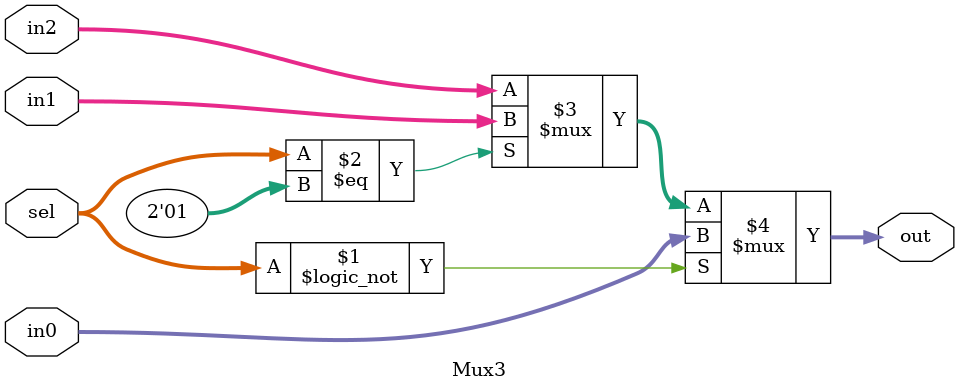
<source format=v>
module Mux2 (
    input  [31:0] in0,
    input  [31:0] in1,
    input              sel,
    output [31:0] out
);
    assign out = sel ? in1 : in0;
endmodule

// =======================
// 3-to-1 Multiplexer
// =======================
module Mux3 (
    input  [31:0] in0,
    input  [31:0] in1,
    input  [31:0] in2,
    input  [1:0]       sel,
    output [31:0] out
);
    assign out = (sel == 2'b00) ? in0 :
                 (sel == 2'b01) ? in1 :
                 in2;
endmodule
</source>
